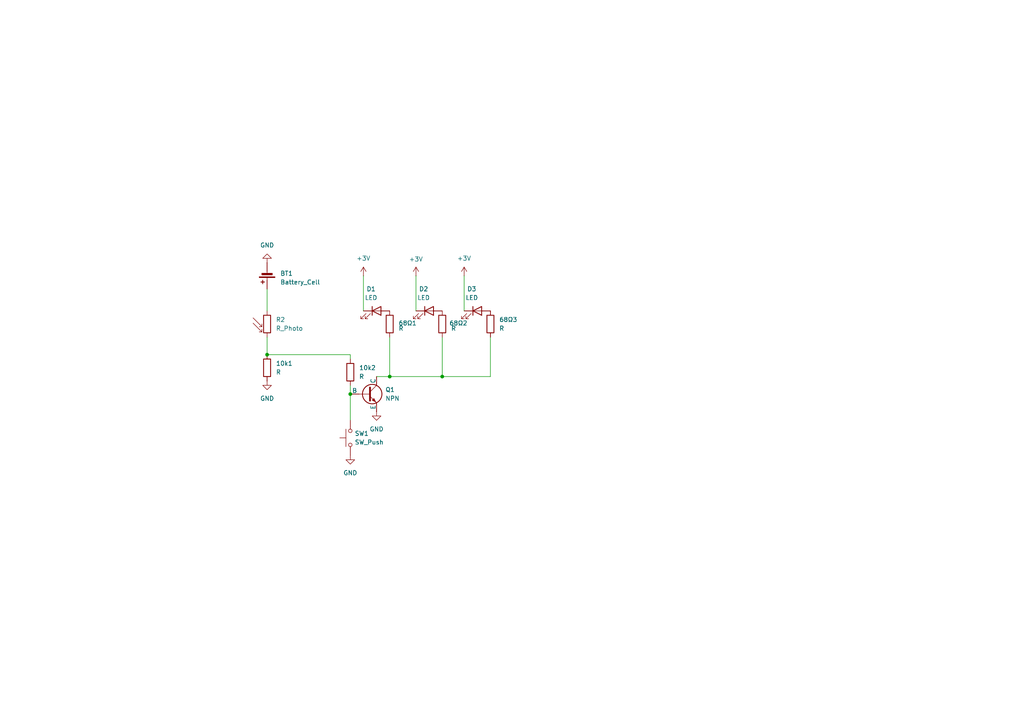
<source format=kicad_sch>
(kicad_sch (version 20250114) (generator "eeschema") (generator_version "9.0")
  (paper "A4")
  (lib_symbols
    (symbol "Device:Battery_Cell" (pin_numbers (hide yes)) (pin_names (offset 0) (hide yes))
      (property "Reference" "BT" (at 2.54 2.54 0))
      (property "Value" "Battery_Cell" (at 2.54 0 0))
      (symbol "Battery_Cell_0_1"
        (rectangle (start -2.286 1.778) (end 2.286 1.524) (fill (type outline)))
        (rectangle (start -1.524 1.016) (end 1.524 0.508) (fill (type outline)))
        (polyline (pts (xy 0 1.778) (xy 0 2.54)))
        (polyline (pts (xy 0 0.762) (xy 0 0)))
        (polyline (pts (xy 0.762 3.048) (xy 1.778 3.048)) (stroke (width 0.254)))
        (polyline (pts (xy 1.27 3.556) (xy 1.27 2.54)) (stroke (width 0.254)))
      )
      (symbol "Battery_Cell_1_1"
        (pin passive line (at 0 5.08 270) (length 2.54) (name "+") (number "1"))
        (pin passive line (at 0 -2.54 90) (length 2.54) (name "-") (number "2"))
      )
    )
    (symbol "Device:LED" (pin_numbers (hide yes)) (pin_names (offset 1.016) (hide yes))
      (property "Reference" "D" (at 0 2.54 0))
      (property "Value" "LED" (at 0 -2.54 0))
      (symbol "LED_0_1"
        (polyline (pts (xy -3.048 -0.762) (xy -4.572 -2.286) (xy -3.81 -2.286) (xy -4.572 -2.286) (xy -4.572 -1.524)))
        (polyline (pts (xy -1.778 -0.762) (xy -3.302 -2.286) (xy -2.54 -2.286) (xy -3.302 -2.286) (xy -3.302 -1.524)))
        (polyline (pts (xy -1.27 0) (xy 1.27 0)))
        (polyline (pts (xy -1.27 -1.27) (xy -1.27 1.27)) (stroke (width 0.254)))
        (polyline (pts (xy 1.27 -1.27) (xy 1.27 1.27) (xy -1.27 0) (xy 1.27 -1.27)) (stroke (width 0.254)))
      )
      (symbol "LED_1_1"
        (pin passive line (at -3.81 0 0) (length 2.54) (name "K") (number "1"))
        (pin passive line (at 3.81 0 180) (length 2.54) (name "A") (number "2"))
      )
    )
    (symbol "Device:R" (pin_numbers (hide yes)) (pin_names (offset 0))
      (property "Reference" "R" (at 2.032 0 90))
      (property "Value" "R" (at 0 0 90))
      (symbol "R_0_1"
        (rectangle (start -1.016 -2.54) (end 1.016 2.54) (stroke (width 0.254)))
      )
      (symbol "R_1_1"
        (pin passive line (at 0 3.81 270) (length 1.27) (name "~") (number "1"))
        (pin passive line (at 0 -3.81 90) (length 1.27) (name "~") (number "2"))
      )
    )
    (symbol "Device:R_Photo" (pin_numbers (hide yes)) (pin_names (offset 0))
      (property "Reference" "R" (at 1.27 1.27 0))
      (property "Value" "R_Photo" (at 1.27 0 0))
      (symbol "R_Photo_0_1"
        (polyline (pts (xy -1.524 -0.762) (xy -4.064 1.778)))
        (polyline (pts (xy -1.524 -0.762) (xy -2.286 -0.762)))
        (polyline (pts (xy -1.524 -0.762) (xy -1.524 0)))
        (polyline (pts (xy -1.524 -2.286) (xy -4.064 0.254)))
        (polyline (pts (xy -1.524 -2.286) (xy -2.286 -2.286)))
        (polyline (pts (xy -1.524 -2.286) (xy -1.524 -1.524)))
        (rectangle (start -1.016 2.54) (end 1.016 -2.54) (stroke (width 0.254)))
      )
      (symbol "R_Photo_1_1"
        (pin passive line (at 0 3.81 270) (length 1.27) (name "~") (number "1"))
        (pin passive line (at 0 -3.81 90) (length 1.27) (name "~") (number "2"))
      )
    )
    (symbol "Simulation_SPICE:NPN" (pin_numbers (hide yes)) (pin_names (offset 0))
      (property "Reference" "Q" (at -2.54 7.62 0))
      (property "Value" "NPN" (at -2.54 5.08 0))
      (symbol "NPN_0_1"
        (polyline (pts (xy -2.54 0) (xy 0.635 0)) (stroke (width 0.1524)))
        (polyline (pts (xy 0.635 1.905) (xy 0.635 -1.905) (xy 0.635 -1.905)) (stroke (width 0.508)))
        (polyline (pts (xy 0.635 0.635) (xy 2.54 2.54)))
        (polyline (pts (xy 0.635 -0.635) (xy 2.54 -2.54) (xy 2.54 -2.54)))
        (circle (center 1.27 0) (radius 2.8194) (stroke (width 0.254)))
        (polyline (pts (xy 1.27 -1.778) (xy 1.778 -1.27) (xy 2.286 -2.286) (xy 1.27 -1.778) (xy 1.27 -1.778)) (fill (type outline)))
        (polyline (pts (xy 2.794 -1.27) (xy 2.794 -1.27)) (stroke (width 0.1524)))
        (polyline (pts (xy 2.794 -1.27) (xy 2.794 -1.27)) (stroke (width 0.1524)))
      )
      (symbol "NPN_1_1"
        (pin input line (at -5.08 0 0) (length 2.54) (name "B") (number "2"))
        (pin open_collector line (at 2.54 5.08 270) (length 2.54) (name "C") (number "1"))
        (pin open_emitter line (at 2.54 -5.08 90) (length 2.54) (name "E") (number "3"))
      )
    )
    (symbol "Switch:SW_Push" (pin_numbers (hide yes)) (pin_names (offset 1.016) (hide yes))
      (property "Reference" "SW" (at 1.27 2.54 0))
      (property "Value" "SW_Push" (at 0 -1.524 0))
      (symbol "SW_Push_0_1"
        (circle (center -2.032 0) (radius 0.508))
        (polyline (pts (xy 0 1.27) (xy 0 3.048)))
        (circle (center 2.032 0) (radius 0.508))
        (polyline (pts (xy 2.54 1.27) (xy -2.54 1.27)))
        (pin passive line (at -5.08 0 0) (length 2.54) (name "1") (number "1"))
        (pin passive line (at 5.08 0 180) (length 2.54) (name "2") (number "2"))
      )
    )
    (symbol "power:+3.3V" (power) (pin_numbers (hide yes)) (pin_names (offset 0) (hide yes))
      (property "Value" "+3.3V" (at 0 3.556 0))
      (symbol "+3.3V_0_1"
        (polyline (pts (xy -0.762 1.27) (xy 0 2.54)))
        (polyline (pts (xy 0 2.54) (xy 0.762 1.27)))
        (polyline (pts (xy 0 0) (xy 0 2.54)))
      )
      (symbol "+3.3V_1_1"
        (pin power_in line (at 0 0 90) (length 0) (name "~") (number "1"))
      )
    )
    (symbol "power:GND" (power) (pin_numbers (hide yes)) (pin_names (offset 0) (hide yes))
      (property "Value" "GND" (at 0 -3.81 0))
      (symbol "GND_0_1"
        (polyline (pts (xy 0 0) (xy 0 -1.27) (xy 1.27 -1.27) (xy 0 -2.54) (xy -1.27 -1.27) (xy 0 -1.27)))
      )
      (symbol "GND_1_1"
        (pin power_in line (at 0 0 270) (length 0) (name "~") (number "1"))
      )
    )
  )
  (junction (at 101.6 114.3))
  (junction (at 128.27 109.22))
  (junction (at 77.47 102.87))
  (junction (at 113.03 109.22))
  (wire (pts (xy 77.47 102.87) (xy 101.6 102.87)))
  (wire (pts (xy 128.27 109.22) (xy 128.27 97.79)))
  (wire (pts (xy 134.62 80.01) (xy 134.62 90.17)))
  (wire (pts (xy 101.6 114.3) (xy 101.6 121.92)))
  (wire (pts (xy 101.6 111.76) (xy 101.6 114.3)))
  (wire (pts (xy 128.27 109.22) (xy 142.24 109.22)))
  (wire (pts (xy 109.22 109.22) (xy 113.03 109.22)))
  (wire (pts (xy 113.03 109.22) (xy 128.27 109.22)))
  (wire (pts (xy 142.24 109.22) (xy 142.24 97.79)))
  (wire (pts (xy 101.6 102.87) (xy 101.6 104.14)))
  (wire (pts (xy 105.41 80.01) (xy 105.41 90.17)))
  (wire (pts (xy 77.47 97.79) (xy 77.47 102.87)))
  (wire (pts (xy 120.65 80.01) (xy 120.65 90.17)))
  (wire (pts (xy 77.47 83.82) (xy 77.47 90.17)))
  (wire (pts (xy 113.03 109.22) (xy 113.03 97.79)))
  (symbol (lib_id "Device:R") (at 77.47 106.68 0) (unit 1)
    (property "Reference" "10k1" (at 80.01 105.4099 0) (effects (justify left)))
    (property "Value" "R" (at 80.01 107.9499 0) (effects (justify left)))
    (property "Footprint" "Resistor_THT:R_Axial_DIN0207_L6.3mm_D2.5mm_P7.62mm_Horizontal" (effects (hide yes)))
    (property "Description" "Resistor" (effects (hide yes)))
  )
  (symbol (lib_id "power:GND") (at 109.22 119.38 0) (unit 1)
    (property "Reference" "#PWR05" (effects (hide yes)))
    (property "Value" "GND" (at 109.22 124.46 0))
    (property "Description" "Power symbol creates a global label with name \"GND\" , ground" (effects (hide yes)))
  )
  (symbol (lib_id "Device:LED") (at 138.43 90.17 0) (unit 1)
    (property "Reference" "D3" (at 136.8425 83.82 0))
    (property "Value" "LED" (at 136.8425 86.36 0))
    (property "Footprint" "LED_THT:LED_D5.0mm" (effects (hide yes)))
    (property "Description" "Light emitting diode" (effects (hide yes)))
    (property "Sim.Pins" "1=K 2=A" (effects (hide yes)))
  )
  (symbol (lib_id "Device:R") (at 142.24 93.98 0) (unit 1)
    (property "Reference" "68Ω3" (at 144.78 92.7099 0) (effects (justify left)))
    (property "Value" "R" (at 144.78 95.2499 0) (effects (justify left)))
    (property "Footprint" "Resistor_THT:R_Axial_DIN0207_L6.3mm_D2.5mm_P7.62mm_Horizontal" (effects (hide yes)))
    (property "Description" "Resistor" (effects (hide yes)))
  )
  (symbol (lib_id "Device:R") (at 113.03 93.98 0) (unit 1)
    (property "Reference" "68Ω1" (at 115.57 93.726 0) (effects (justify left)))
    (property "Value" "R" (at 115.57 95.2499 0) (effects (justify left)))
    (property "Footprint" "Resistor_THT:R_Axial_DIN0207_L6.3mm_D2.5mm_P7.62mm_Horizontal" (effects (hide yes)))
    (property "Description" "Resistor" (effects (hide yes)))
  )
  (symbol (lib_id "Device:R") (at 101.6 107.95 0) (unit 1)
    (property "Reference" "10k2" (at 104.14 106.6799 0) (effects (justify left)))
    (property "Value" "R" (at 104.14 109.2199 0) (effects (justify left)))
    (property "Footprint" "Resistor_THT:R_Axial_DIN0207_L6.3mm_D2.5mm_P7.62mm_Horizontal" (effects (hide yes)))
    (property "Description" "Resistor" (effects (hide yes)))
  )
  (symbol (lib_id "power:+3.3V") (at 120.65 80.01 0) (unit 1)
    (property "Reference" "#PWR06" (effects (hide yes)))
    (property "Value" "+3V" (at 120.65 75.184 0))
    (property "Description" "Power symbol creates a global label with name \"+3.3V\"" (effects (hide yes)))
  )
  (symbol (lib_id "Switch:SW_Push") (at 101.6 127 90) (unit 1)
    (property "Reference" "SW1" (at 102.87 125.7299 90) (effects (justify right)))
    (property "Value" "SW_Push" (at 102.87 128.2699 90) (effects (justify right)))
    (property "Footprint" "Button_Switch_THT:SW_PUSH_6mm" (effects (hide yes)))
    (property "Description" "Push button switch, generic, two pins" (effects (hide yes)))
  )
  (symbol (lib_id "Device:LED") (at 109.22 90.17 0) (unit 1)
    (property "Reference" "D1" (at 107.6325 83.82 0))
    (property "Value" "LED" (at 107.6325 86.36 0))
    (property "Footprint" "LED_THT:LED_D5.0mm" (effects (hide yes)))
    (property "Description" "Light emitting diode" (effects (hide yes)))
    (property "Sim.Pins" "1=K 2=A" (effects (hide yes)))
  )
  (symbol (lib_id "Device:Battery_Cell") (at 77.47 78.74 180) (unit 1)
    (property "Reference" "BT1" (at 81.28 79.3114 0) (effects (justify right)))
    (property "Value" "Battery_Cell" (at 81.28 81.8514 0) (effects (justify right)))
    (property "Footprint" "Battery:BatteryHolder_Keystone_3034_1x20mm" (effects (hide yes)))
    (property "Description" "Single-cell battery" (effects (hide yes)))
  )
  (symbol (lib_id "Device:R_Photo") (at 77.47 93.98 0) (unit 1)
    (property "Reference" "R2" (at 80.01 92.7099 0) (effects (justify left)))
    (property "Value" "R_Photo" (at 80.01 95.2499 0) (effects (justify left)))
    (property "Footprint" "OptoDevice:R_LDR_5.1x4.3mm_P3.4mm_Vertical" (effects (hide yes)))
    (property "Description" "Photoresistor" (effects (hide yes)))
  )
  (symbol (lib_id "Device:LED") (at 124.46 90.17 0) (unit 1)
    (property "Reference" "D2" (at 122.8725 83.82 0))
    (property "Value" "LED" (at 122.8725 86.36 0))
    (property "Footprint" "LED_THT:LED_D5.0mm" (effects (hide yes)))
    (property "Description" "Light emitting diode" (effects (hide yes)))
    (property "Sim.Pins" "1=K 2=A" (effects (hide yes)))
  )
  (symbol (lib_id "power:GND") (at 77.47 76.2 180) (unit 1)
    (property "Reference" "#PWR01" (effects (hide yes)))
    (property "Value" "GND" (at 77.47 71.12 0))
    (property "Description" "Power symbol creates a global label with name \"GND\" , ground" (effects (hide yes)))
  )
  (symbol (lib_id "Device:R") (at 128.27 93.98 0) (unit 1)
    (property "Reference" "68Ω2" (at 130.302 93.726 0) (effects (justify left)))
    (property "Value" "R" (at 130.81 95.2499 0) (effects (justify left)))
    (property "Footprint" "Resistor_THT:R_Axial_DIN0207_L6.3mm_D2.5mm_P7.62mm_Horizontal" (effects (hide yes)))
    (property "Description" "Resistor" (effects (hide yes)))
  )
  (symbol (lib_id "Simulation_SPICE:NPN") (at 106.68 114.3 0) (unit 1)
    (property "Reference" "Q1" (at 111.76 113.0299 0) (effects (justify left)))
    (property "Value" "NPN" (at 111.76 115.5699 0) (effects (justify left)))
    (property "Footprint" "Package_TO_SOT_THT:TO-92L_HandSolder" (effects (hide yes)))
    (property "Datasheet" "https://ngspice.sourceforge.io/docs/ngspice-html-manual/manual.xhtml#cha_BJTs" (effects (hide yes)))
    (property "Description" "Bipolar transistor symbol for simulation only, substrate tied to the emitter" (effects (hide yes)))
    (property "Sim.Device" "NPN" (effects (hide yes)))
    (property "Sim.Type" "GUMMELPOON" (effects (hide yes)))
    (property "Sim.Pins" "1=C 2=B 3=E" (effects (hide yes)))
  )
  (symbol (lib_id "power:GND") (at 101.6 132.08 0) (unit 1)
    (property "Reference" "#PWR03" (effects (hide yes)))
    (property "Value" "GND" (at 101.6 137.16 0))
    (property "Description" "Power symbol creates a global label with name \"GND\" , ground" (effects (hide yes)))
  )
  (symbol (lib_id "power:GND") (at 77.47 110.49 0) (unit 1)
    (property "Reference" "#PWR02" (effects (hide yes)))
    (property "Value" "GND" (at 77.47 115.57 0))
    (property "Description" "Power symbol creates a global label with name \"GND\" , ground" (effects (hide yes)))
  )
  (symbol (lib_id "power:+3.3V") (at 134.62 80.01 0) (unit 1)
    (property "Reference" "#PWR07" (effects (hide yes)))
    (property "Value" "+3V" (at 134.62 74.93 0))
    (property "Description" "Power symbol creates a global label with name \"+3.3V\"" (effects (hide yes)))
  )
  (symbol (lib_id "power:+3.3V") (at 105.41 80.01 0) (unit 1)
    (property "Reference" "#PWR04" (effects (hide yes)))
    (property "Value" "+3V" (at 105.41 74.93 0))
    (property "Description" "Power symbol creates a global label with name \"+3.3V\"" (effects (hide yes)))
  )
)
</source>
